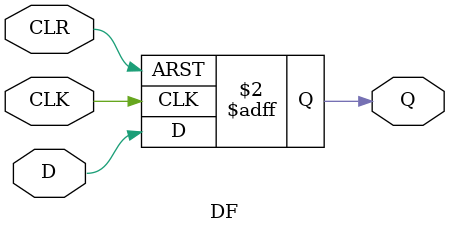
<source format=v>
module DF(Q, D, CLR, CLK);
input CLK, CLR, D ;
output reg Q ;

always @(posedge CLK or posedge CLR)
begin 
    if (CLR)
    begin 
        Q <= 0;
    end
    else 
    begin
        Q <= D ;
    end
end
endmodule
</source>
